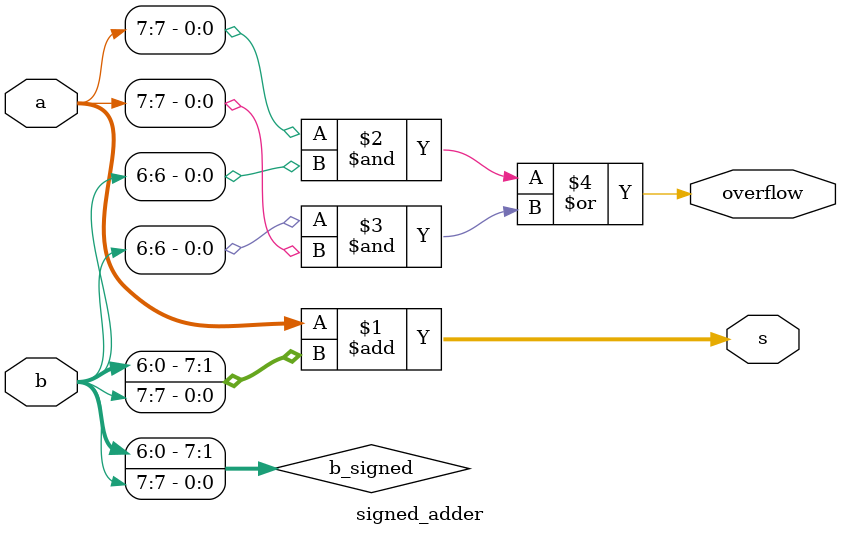
<source format=v>

module signed_adder(input [7:0] a,
    input [7:0] b,
    output [7:0] s,
    output overflow
); 

// The numbers a and b are added to the output s. 
// assign the occurence of the signed overflow of a and b to the output overflow.
// a signed overflow occurs if the most significant bits of a and b are low and the most significant bit of s is high
// a signed overflow may also occur if the most significant bits of a and b are high and the most significant bit of s is low


wire signed [7:0] b_signed = {b[6:0], b[7]};

assign s = a + b_signed;

assign overflow = (a[7]&b_signed[7]) | (b_signed[7]&a[7]);

endmodule

</source>
